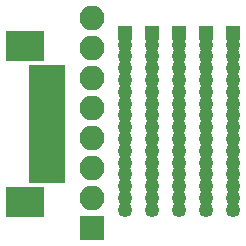
<source format=gbr>
G04 #@! TF.FileFunction,Soldermask,Top*
%FSLAX46Y46*%
G04 Gerber Fmt 4.6, Leading zero omitted, Abs format (unit mm)*
G04 Created by KiCad (PCBNEW 4.0.7) date Fri Oct 27 13:36:46 2017*
%MOMM*%
%LPD*%
G01*
G04 APERTURE LIST*
%ADD10C,0.100000*%
%ADD11R,3.100000X1.100000*%
%ADD12R,3.200000X2.500000*%
%ADD13R,2.100000X2.100000*%
%ADD14O,2.100000X2.100000*%
%ADD15R,1.250000X1.250000*%
%ADD16O,1.250000X1.250000*%
G04 APERTURE END LIST*
D10*
D11*
X136398000Y-105086000D03*
X136398000Y-106086000D03*
X136398000Y-107086000D03*
X136398000Y-108086000D03*
X136398000Y-109086000D03*
X136398000Y-110086000D03*
X136398000Y-111086000D03*
X136398000Y-112086000D03*
X136398000Y-113086000D03*
X136398000Y-114086000D03*
D12*
X134498000Y-102986000D03*
X134508000Y-116176000D03*
D13*
X140208000Y-118364000D03*
D14*
X140208000Y-115824000D03*
X140208000Y-113284000D03*
X140208000Y-110744000D03*
X140208000Y-108204000D03*
X140208000Y-105664000D03*
X140208000Y-103124000D03*
X140208000Y-100584000D03*
D15*
X143002000Y-101854000D03*
D16*
X143002000Y-102854000D03*
X143002000Y-103854000D03*
X143002000Y-104854000D03*
X143002000Y-105854000D03*
X143002000Y-106854000D03*
X143002000Y-107854000D03*
X143002000Y-108854000D03*
X143002000Y-109854000D03*
X143002000Y-110854000D03*
X143002000Y-111854000D03*
X143002000Y-112854000D03*
X143002000Y-113854000D03*
X143002000Y-114854000D03*
X143002000Y-115854000D03*
X143002000Y-116854000D03*
D15*
X149860000Y-101854000D03*
D16*
X149860000Y-102854000D03*
X149860000Y-103854000D03*
X149860000Y-104854000D03*
X149860000Y-105854000D03*
X149860000Y-106854000D03*
X149860000Y-107854000D03*
X149860000Y-108854000D03*
X149860000Y-109854000D03*
X149860000Y-110854000D03*
X149860000Y-111854000D03*
X149860000Y-112854000D03*
X149860000Y-113854000D03*
X149860000Y-114854000D03*
X149860000Y-115854000D03*
X149860000Y-116854000D03*
D15*
X152146000Y-101854000D03*
D16*
X152146000Y-102854000D03*
X152146000Y-103854000D03*
X152146000Y-104854000D03*
X152146000Y-105854000D03*
X152146000Y-106854000D03*
X152146000Y-107854000D03*
X152146000Y-108854000D03*
X152146000Y-109854000D03*
X152146000Y-110854000D03*
X152146000Y-111854000D03*
X152146000Y-112854000D03*
X152146000Y-113854000D03*
X152146000Y-114854000D03*
X152146000Y-115854000D03*
X152146000Y-116854000D03*
D15*
X147574000Y-101854000D03*
D16*
X147574000Y-102854000D03*
X147574000Y-103854000D03*
X147574000Y-104854000D03*
X147574000Y-105854000D03*
X147574000Y-106854000D03*
X147574000Y-107854000D03*
X147574000Y-108854000D03*
X147574000Y-109854000D03*
X147574000Y-110854000D03*
X147574000Y-111854000D03*
X147574000Y-112854000D03*
X147574000Y-113854000D03*
X147574000Y-114854000D03*
X147574000Y-115854000D03*
X147574000Y-116854000D03*
D15*
X145288000Y-101854000D03*
D16*
X145288000Y-102854000D03*
X145288000Y-103854000D03*
X145288000Y-104854000D03*
X145288000Y-105854000D03*
X145288000Y-106854000D03*
X145288000Y-107854000D03*
X145288000Y-108854000D03*
X145288000Y-109854000D03*
X145288000Y-110854000D03*
X145288000Y-111854000D03*
X145288000Y-112854000D03*
X145288000Y-113854000D03*
X145288000Y-114854000D03*
X145288000Y-115854000D03*
X145288000Y-116854000D03*
M02*

</source>
